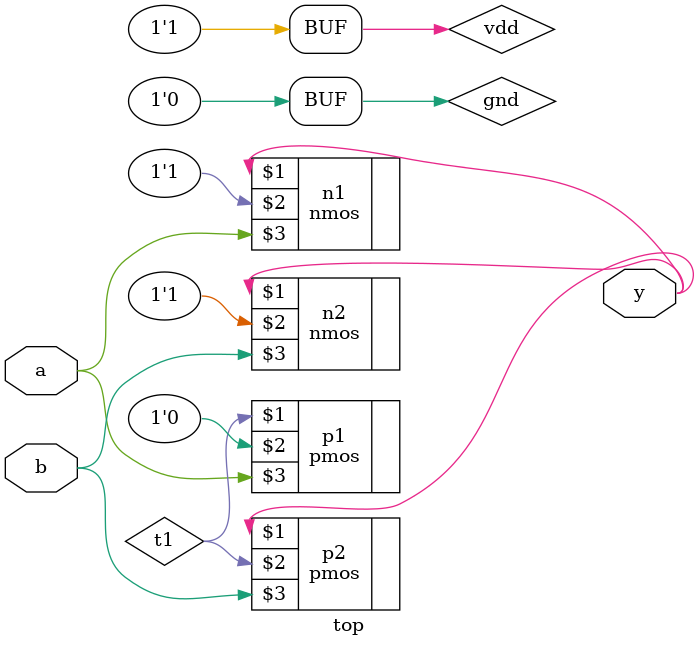
<source format=v>
`timescale 1ns / 1ps


module top(
input a,b,
output y
);
 
supply1 vdd;
supply0 gnd;
wire t1;
 
pmos p1 (t1, gnd, a);
pmos p2 (y, t1, b);
 
nmos n1 (y, vdd, a);
nmos n2 (y, vdd, b);

endmodule

</source>
